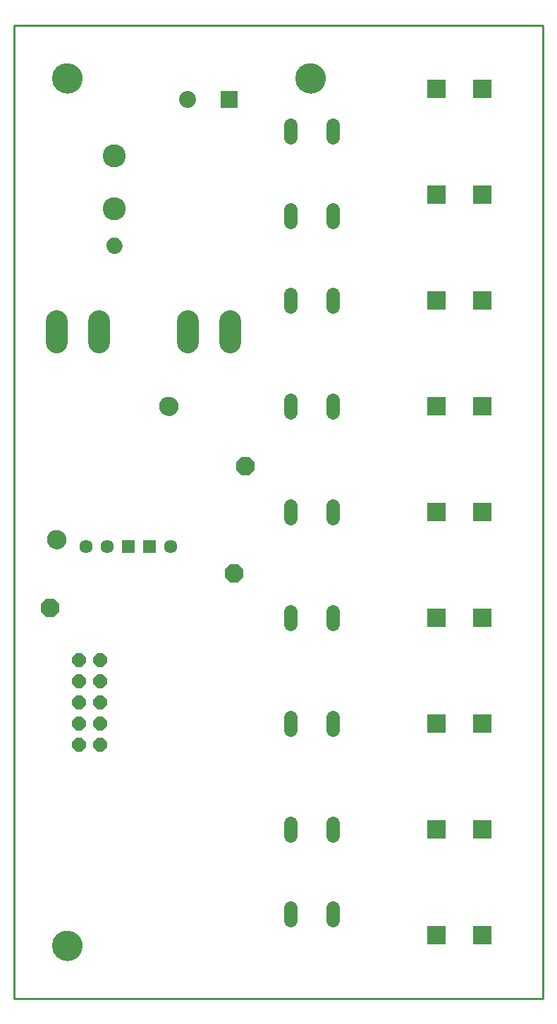
<source format=gbs>
G75*
%MOIN*%
%OFA0B0*%
%FSLAX25Y25*%
%IPPOS*%
%LPD*%
%AMOC8*
5,1,8,0,0,1.08239X$1,22.5*
%
%ADD10C,0.00000*%
%ADD11C,0.14180*%
%ADD12C,0.01000*%
%ADD13C,0.08000*%
%ADD14R,0.08000X0.08000*%
%ADD15OC8,0.08900*%
%ADD16C,0.06400*%
%ADD17R,0.08668X0.08668*%
%ADD18OC8,0.06400*%
%ADD19C,0.06337*%
%ADD20R,0.06337X0.06337*%
%ADD21C,0.09000*%
%ADD22C,0.10400*%
%ADD23C,0.10900*%
%ADD24C,0.07400*%
D10*
X0019610Y0028269D02*
X0019612Y0028438D01*
X0019618Y0028607D01*
X0019629Y0028776D01*
X0019643Y0028944D01*
X0019662Y0029112D01*
X0019685Y0029280D01*
X0019711Y0029447D01*
X0019742Y0029613D01*
X0019777Y0029779D01*
X0019816Y0029943D01*
X0019860Y0030107D01*
X0019907Y0030269D01*
X0019958Y0030430D01*
X0020013Y0030590D01*
X0020072Y0030749D01*
X0020134Y0030906D01*
X0020201Y0031061D01*
X0020272Y0031215D01*
X0020346Y0031367D01*
X0020424Y0031517D01*
X0020505Y0031665D01*
X0020590Y0031811D01*
X0020679Y0031955D01*
X0020771Y0032097D01*
X0020867Y0032236D01*
X0020966Y0032373D01*
X0021068Y0032508D01*
X0021174Y0032640D01*
X0021283Y0032769D01*
X0021395Y0032896D01*
X0021510Y0033020D01*
X0021628Y0033141D01*
X0021749Y0033259D01*
X0021873Y0033374D01*
X0022000Y0033486D01*
X0022129Y0033595D01*
X0022261Y0033701D01*
X0022396Y0033803D01*
X0022533Y0033902D01*
X0022672Y0033998D01*
X0022814Y0034090D01*
X0022958Y0034179D01*
X0023104Y0034264D01*
X0023252Y0034345D01*
X0023402Y0034423D01*
X0023554Y0034497D01*
X0023708Y0034568D01*
X0023863Y0034635D01*
X0024020Y0034697D01*
X0024179Y0034756D01*
X0024339Y0034811D01*
X0024500Y0034862D01*
X0024662Y0034909D01*
X0024826Y0034953D01*
X0024990Y0034992D01*
X0025156Y0035027D01*
X0025322Y0035058D01*
X0025489Y0035084D01*
X0025657Y0035107D01*
X0025825Y0035126D01*
X0025993Y0035140D01*
X0026162Y0035151D01*
X0026331Y0035157D01*
X0026500Y0035159D01*
X0026669Y0035157D01*
X0026838Y0035151D01*
X0027007Y0035140D01*
X0027175Y0035126D01*
X0027343Y0035107D01*
X0027511Y0035084D01*
X0027678Y0035058D01*
X0027844Y0035027D01*
X0028010Y0034992D01*
X0028174Y0034953D01*
X0028338Y0034909D01*
X0028500Y0034862D01*
X0028661Y0034811D01*
X0028821Y0034756D01*
X0028980Y0034697D01*
X0029137Y0034635D01*
X0029292Y0034568D01*
X0029446Y0034497D01*
X0029598Y0034423D01*
X0029748Y0034345D01*
X0029896Y0034264D01*
X0030042Y0034179D01*
X0030186Y0034090D01*
X0030328Y0033998D01*
X0030467Y0033902D01*
X0030604Y0033803D01*
X0030739Y0033701D01*
X0030871Y0033595D01*
X0031000Y0033486D01*
X0031127Y0033374D01*
X0031251Y0033259D01*
X0031372Y0033141D01*
X0031490Y0033020D01*
X0031605Y0032896D01*
X0031717Y0032769D01*
X0031826Y0032640D01*
X0031932Y0032508D01*
X0032034Y0032373D01*
X0032133Y0032236D01*
X0032229Y0032097D01*
X0032321Y0031955D01*
X0032410Y0031811D01*
X0032495Y0031665D01*
X0032576Y0031517D01*
X0032654Y0031367D01*
X0032728Y0031215D01*
X0032799Y0031061D01*
X0032866Y0030906D01*
X0032928Y0030749D01*
X0032987Y0030590D01*
X0033042Y0030430D01*
X0033093Y0030269D01*
X0033140Y0030107D01*
X0033184Y0029943D01*
X0033223Y0029779D01*
X0033258Y0029613D01*
X0033289Y0029447D01*
X0033315Y0029280D01*
X0033338Y0029112D01*
X0033357Y0028944D01*
X0033371Y0028776D01*
X0033382Y0028607D01*
X0033388Y0028438D01*
X0033390Y0028269D01*
X0033388Y0028100D01*
X0033382Y0027931D01*
X0033371Y0027762D01*
X0033357Y0027594D01*
X0033338Y0027426D01*
X0033315Y0027258D01*
X0033289Y0027091D01*
X0033258Y0026925D01*
X0033223Y0026759D01*
X0033184Y0026595D01*
X0033140Y0026431D01*
X0033093Y0026269D01*
X0033042Y0026108D01*
X0032987Y0025948D01*
X0032928Y0025789D01*
X0032866Y0025632D01*
X0032799Y0025477D01*
X0032728Y0025323D01*
X0032654Y0025171D01*
X0032576Y0025021D01*
X0032495Y0024873D01*
X0032410Y0024727D01*
X0032321Y0024583D01*
X0032229Y0024441D01*
X0032133Y0024302D01*
X0032034Y0024165D01*
X0031932Y0024030D01*
X0031826Y0023898D01*
X0031717Y0023769D01*
X0031605Y0023642D01*
X0031490Y0023518D01*
X0031372Y0023397D01*
X0031251Y0023279D01*
X0031127Y0023164D01*
X0031000Y0023052D01*
X0030871Y0022943D01*
X0030739Y0022837D01*
X0030604Y0022735D01*
X0030467Y0022636D01*
X0030328Y0022540D01*
X0030186Y0022448D01*
X0030042Y0022359D01*
X0029896Y0022274D01*
X0029748Y0022193D01*
X0029598Y0022115D01*
X0029446Y0022041D01*
X0029292Y0021970D01*
X0029137Y0021903D01*
X0028980Y0021841D01*
X0028821Y0021782D01*
X0028661Y0021727D01*
X0028500Y0021676D01*
X0028338Y0021629D01*
X0028174Y0021585D01*
X0028010Y0021546D01*
X0027844Y0021511D01*
X0027678Y0021480D01*
X0027511Y0021454D01*
X0027343Y0021431D01*
X0027175Y0021412D01*
X0027007Y0021398D01*
X0026838Y0021387D01*
X0026669Y0021381D01*
X0026500Y0021379D01*
X0026331Y0021381D01*
X0026162Y0021387D01*
X0025993Y0021398D01*
X0025825Y0021412D01*
X0025657Y0021431D01*
X0025489Y0021454D01*
X0025322Y0021480D01*
X0025156Y0021511D01*
X0024990Y0021546D01*
X0024826Y0021585D01*
X0024662Y0021629D01*
X0024500Y0021676D01*
X0024339Y0021727D01*
X0024179Y0021782D01*
X0024020Y0021841D01*
X0023863Y0021903D01*
X0023708Y0021970D01*
X0023554Y0022041D01*
X0023402Y0022115D01*
X0023252Y0022193D01*
X0023104Y0022274D01*
X0022958Y0022359D01*
X0022814Y0022448D01*
X0022672Y0022540D01*
X0022533Y0022636D01*
X0022396Y0022735D01*
X0022261Y0022837D01*
X0022129Y0022943D01*
X0022000Y0023052D01*
X0021873Y0023164D01*
X0021749Y0023279D01*
X0021628Y0023397D01*
X0021510Y0023518D01*
X0021395Y0023642D01*
X0021283Y0023769D01*
X0021174Y0023898D01*
X0021068Y0024030D01*
X0020966Y0024165D01*
X0020867Y0024302D01*
X0020771Y0024441D01*
X0020679Y0024583D01*
X0020590Y0024727D01*
X0020505Y0024873D01*
X0020424Y0025021D01*
X0020346Y0025171D01*
X0020272Y0025323D01*
X0020201Y0025477D01*
X0020134Y0025632D01*
X0020072Y0025789D01*
X0020013Y0025948D01*
X0019958Y0026108D01*
X0019907Y0026269D01*
X0019860Y0026431D01*
X0019816Y0026595D01*
X0019777Y0026759D01*
X0019742Y0026925D01*
X0019711Y0027091D01*
X0019685Y0027258D01*
X0019662Y0027426D01*
X0019643Y0027594D01*
X0019629Y0027762D01*
X0019618Y0027931D01*
X0019612Y0028100D01*
X0019610Y0028269D01*
X0017165Y0220284D02*
X0017167Y0220415D01*
X0017173Y0220545D01*
X0017183Y0220675D01*
X0017197Y0220805D01*
X0017214Y0220934D01*
X0017236Y0221063D01*
X0017262Y0221191D01*
X0017291Y0221318D01*
X0017324Y0221444D01*
X0017362Y0221569D01*
X0017402Y0221693D01*
X0017447Y0221816D01*
X0017495Y0221937D01*
X0017547Y0222057D01*
X0017603Y0222175D01*
X0017662Y0222291D01*
X0017725Y0222406D01*
X0017791Y0222518D01*
X0017860Y0222629D01*
X0017933Y0222737D01*
X0018009Y0222843D01*
X0018089Y0222947D01*
X0018171Y0223048D01*
X0018256Y0223147D01*
X0018345Y0223243D01*
X0018436Y0223336D01*
X0018530Y0223427D01*
X0018627Y0223514D01*
X0018726Y0223599D01*
X0018828Y0223680D01*
X0018932Y0223759D01*
X0019039Y0223834D01*
X0019148Y0223906D01*
X0019259Y0223975D01*
X0019372Y0224040D01*
X0019487Y0224102D01*
X0019604Y0224160D01*
X0019722Y0224215D01*
X0019842Y0224266D01*
X0019964Y0224313D01*
X0020087Y0224357D01*
X0020211Y0224397D01*
X0020336Y0224433D01*
X0020463Y0224466D01*
X0020590Y0224494D01*
X0020718Y0224519D01*
X0020847Y0224539D01*
X0020977Y0224556D01*
X0021106Y0224569D01*
X0021237Y0224578D01*
X0021367Y0224583D01*
X0021498Y0224584D01*
X0021628Y0224581D01*
X0021758Y0224574D01*
X0021889Y0224563D01*
X0022018Y0224548D01*
X0022147Y0224530D01*
X0022276Y0224507D01*
X0022404Y0224480D01*
X0022531Y0224450D01*
X0022657Y0224416D01*
X0022781Y0224378D01*
X0022905Y0224336D01*
X0023027Y0224290D01*
X0023148Y0224241D01*
X0023267Y0224188D01*
X0023385Y0224131D01*
X0023501Y0224071D01*
X0023615Y0224008D01*
X0023727Y0223941D01*
X0023837Y0223871D01*
X0023945Y0223797D01*
X0024050Y0223720D01*
X0024153Y0223640D01*
X0024254Y0223557D01*
X0024352Y0223471D01*
X0024447Y0223382D01*
X0024540Y0223290D01*
X0024630Y0223195D01*
X0024717Y0223098D01*
X0024801Y0222998D01*
X0024881Y0222895D01*
X0024959Y0222790D01*
X0025034Y0222683D01*
X0025105Y0222574D01*
X0025172Y0222462D01*
X0025237Y0222349D01*
X0025298Y0222233D01*
X0025355Y0222116D01*
X0025409Y0221997D01*
X0025459Y0221877D01*
X0025506Y0221755D01*
X0025548Y0221631D01*
X0025587Y0221507D01*
X0025623Y0221381D01*
X0025654Y0221254D01*
X0025682Y0221127D01*
X0025705Y0220999D01*
X0025725Y0220870D01*
X0025741Y0220740D01*
X0025753Y0220610D01*
X0025761Y0220480D01*
X0025765Y0220349D01*
X0025765Y0220219D01*
X0025761Y0220088D01*
X0025753Y0219958D01*
X0025741Y0219828D01*
X0025725Y0219698D01*
X0025705Y0219569D01*
X0025682Y0219441D01*
X0025654Y0219314D01*
X0025623Y0219187D01*
X0025587Y0219061D01*
X0025548Y0218937D01*
X0025506Y0218813D01*
X0025459Y0218691D01*
X0025409Y0218571D01*
X0025355Y0218452D01*
X0025298Y0218335D01*
X0025237Y0218219D01*
X0025172Y0218106D01*
X0025105Y0217994D01*
X0025034Y0217885D01*
X0024959Y0217778D01*
X0024881Y0217673D01*
X0024801Y0217570D01*
X0024717Y0217470D01*
X0024630Y0217373D01*
X0024540Y0217278D01*
X0024447Y0217186D01*
X0024352Y0217097D01*
X0024254Y0217011D01*
X0024153Y0216928D01*
X0024050Y0216848D01*
X0023945Y0216771D01*
X0023837Y0216697D01*
X0023727Y0216627D01*
X0023615Y0216560D01*
X0023501Y0216497D01*
X0023385Y0216437D01*
X0023267Y0216380D01*
X0023148Y0216327D01*
X0023027Y0216278D01*
X0022905Y0216232D01*
X0022781Y0216190D01*
X0022657Y0216152D01*
X0022531Y0216118D01*
X0022404Y0216088D01*
X0022276Y0216061D01*
X0022147Y0216038D01*
X0022018Y0216020D01*
X0021889Y0216005D01*
X0021758Y0215994D01*
X0021628Y0215987D01*
X0021498Y0215984D01*
X0021367Y0215985D01*
X0021237Y0215990D01*
X0021106Y0215999D01*
X0020977Y0216012D01*
X0020847Y0216029D01*
X0020718Y0216049D01*
X0020590Y0216074D01*
X0020463Y0216102D01*
X0020336Y0216135D01*
X0020211Y0216171D01*
X0020087Y0216211D01*
X0019964Y0216255D01*
X0019842Y0216302D01*
X0019722Y0216353D01*
X0019604Y0216408D01*
X0019487Y0216466D01*
X0019372Y0216528D01*
X0019259Y0216593D01*
X0019148Y0216662D01*
X0019039Y0216734D01*
X0018932Y0216809D01*
X0018828Y0216888D01*
X0018726Y0216969D01*
X0018627Y0217054D01*
X0018530Y0217141D01*
X0018436Y0217232D01*
X0018345Y0217325D01*
X0018256Y0217421D01*
X0018171Y0217520D01*
X0018089Y0217621D01*
X0018009Y0217725D01*
X0017933Y0217831D01*
X0017860Y0217939D01*
X0017791Y0218050D01*
X0017725Y0218162D01*
X0017662Y0218277D01*
X0017603Y0218393D01*
X0017547Y0218511D01*
X0017495Y0218631D01*
X0017447Y0218752D01*
X0017402Y0218875D01*
X0017362Y0218999D01*
X0017324Y0219124D01*
X0017291Y0219250D01*
X0017262Y0219377D01*
X0017236Y0219505D01*
X0017214Y0219634D01*
X0017197Y0219763D01*
X0017183Y0219893D01*
X0017173Y0220023D01*
X0017167Y0220153D01*
X0017165Y0220284D01*
X0070165Y0283284D02*
X0070167Y0283415D01*
X0070173Y0283545D01*
X0070183Y0283675D01*
X0070197Y0283805D01*
X0070214Y0283934D01*
X0070236Y0284063D01*
X0070262Y0284191D01*
X0070291Y0284318D01*
X0070324Y0284444D01*
X0070362Y0284569D01*
X0070402Y0284693D01*
X0070447Y0284816D01*
X0070495Y0284937D01*
X0070547Y0285057D01*
X0070603Y0285175D01*
X0070662Y0285291D01*
X0070725Y0285406D01*
X0070791Y0285518D01*
X0070860Y0285629D01*
X0070933Y0285737D01*
X0071009Y0285843D01*
X0071089Y0285947D01*
X0071171Y0286048D01*
X0071256Y0286147D01*
X0071345Y0286243D01*
X0071436Y0286336D01*
X0071530Y0286427D01*
X0071627Y0286514D01*
X0071726Y0286599D01*
X0071828Y0286680D01*
X0071932Y0286759D01*
X0072039Y0286834D01*
X0072148Y0286906D01*
X0072259Y0286975D01*
X0072372Y0287040D01*
X0072487Y0287102D01*
X0072604Y0287160D01*
X0072722Y0287215D01*
X0072842Y0287266D01*
X0072964Y0287313D01*
X0073087Y0287357D01*
X0073211Y0287397D01*
X0073336Y0287433D01*
X0073463Y0287466D01*
X0073590Y0287494D01*
X0073718Y0287519D01*
X0073847Y0287539D01*
X0073977Y0287556D01*
X0074106Y0287569D01*
X0074237Y0287578D01*
X0074367Y0287583D01*
X0074498Y0287584D01*
X0074628Y0287581D01*
X0074758Y0287574D01*
X0074889Y0287563D01*
X0075018Y0287548D01*
X0075147Y0287530D01*
X0075276Y0287507D01*
X0075404Y0287480D01*
X0075531Y0287450D01*
X0075657Y0287416D01*
X0075781Y0287378D01*
X0075905Y0287336D01*
X0076027Y0287290D01*
X0076148Y0287241D01*
X0076267Y0287188D01*
X0076385Y0287131D01*
X0076501Y0287071D01*
X0076615Y0287008D01*
X0076727Y0286941D01*
X0076837Y0286871D01*
X0076945Y0286797D01*
X0077050Y0286720D01*
X0077153Y0286640D01*
X0077254Y0286557D01*
X0077352Y0286471D01*
X0077447Y0286382D01*
X0077540Y0286290D01*
X0077630Y0286195D01*
X0077717Y0286098D01*
X0077801Y0285998D01*
X0077881Y0285895D01*
X0077959Y0285790D01*
X0078034Y0285683D01*
X0078105Y0285574D01*
X0078172Y0285462D01*
X0078237Y0285349D01*
X0078298Y0285233D01*
X0078355Y0285116D01*
X0078409Y0284997D01*
X0078459Y0284877D01*
X0078506Y0284755D01*
X0078548Y0284631D01*
X0078587Y0284507D01*
X0078623Y0284381D01*
X0078654Y0284254D01*
X0078682Y0284127D01*
X0078705Y0283999D01*
X0078725Y0283870D01*
X0078741Y0283740D01*
X0078753Y0283610D01*
X0078761Y0283480D01*
X0078765Y0283349D01*
X0078765Y0283219D01*
X0078761Y0283088D01*
X0078753Y0282958D01*
X0078741Y0282828D01*
X0078725Y0282698D01*
X0078705Y0282569D01*
X0078682Y0282441D01*
X0078654Y0282314D01*
X0078623Y0282187D01*
X0078587Y0282061D01*
X0078548Y0281937D01*
X0078506Y0281813D01*
X0078459Y0281691D01*
X0078409Y0281571D01*
X0078355Y0281452D01*
X0078298Y0281335D01*
X0078237Y0281219D01*
X0078172Y0281106D01*
X0078105Y0280994D01*
X0078034Y0280885D01*
X0077959Y0280778D01*
X0077881Y0280673D01*
X0077801Y0280570D01*
X0077717Y0280470D01*
X0077630Y0280373D01*
X0077540Y0280278D01*
X0077447Y0280186D01*
X0077352Y0280097D01*
X0077254Y0280011D01*
X0077153Y0279928D01*
X0077050Y0279848D01*
X0076945Y0279771D01*
X0076837Y0279697D01*
X0076727Y0279627D01*
X0076615Y0279560D01*
X0076501Y0279497D01*
X0076385Y0279437D01*
X0076267Y0279380D01*
X0076148Y0279327D01*
X0076027Y0279278D01*
X0075905Y0279232D01*
X0075781Y0279190D01*
X0075657Y0279152D01*
X0075531Y0279118D01*
X0075404Y0279088D01*
X0075276Y0279061D01*
X0075147Y0279038D01*
X0075018Y0279020D01*
X0074889Y0279005D01*
X0074758Y0278994D01*
X0074628Y0278987D01*
X0074498Y0278984D01*
X0074367Y0278985D01*
X0074237Y0278990D01*
X0074106Y0278999D01*
X0073977Y0279012D01*
X0073847Y0279029D01*
X0073718Y0279049D01*
X0073590Y0279074D01*
X0073463Y0279102D01*
X0073336Y0279135D01*
X0073211Y0279171D01*
X0073087Y0279211D01*
X0072964Y0279255D01*
X0072842Y0279302D01*
X0072722Y0279353D01*
X0072604Y0279408D01*
X0072487Y0279466D01*
X0072372Y0279528D01*
X0072259Y0279593D01*
X0072148Y0279662D01*
X0072039Y0279734D01*
X0071932Y0279809D01*
X0071828Y0279888D01*
X0071726Y0279969D01*
X0071627Y0280054D01*
X0071530Y0280141D01*
X0071436Y0280232D01*
X0071345Y0280325D01*
X0071256Y0280421D01*
X0071171Y0280520D01*
X0071089Y0280621D01*
X0071009Y0280725D01*
X0070933Y0280831D01*
X0070860Y0280939D01*
X0070791Y0281050D01*
X0070725Y0281162D01*
X0070662Y0281277D01*
X0070603Y0281393D01*
X0070547Y0281511D01*
X0070495Y0281631D01*
X0070447Y0281752D01*
X0070402Y0281875D01*
X0070362Y0281999D01*
X0070324Y0282124D01*
X0070291Y0282250D01*
X0070262Y0282377D01*
X0070236Y0282505D01*
X0070214Y0282634D01*
X0070197Y0282763D01*
X0070183Y0282893D01*
X0070173Y0283023D01*
X0070167Y0283153D01*
X0070165Y0283284D01*
X0045244Y0359095D02*
X0045246Y0359213D01*
X0045252Y0359331D01*
X0045262Y0359449D01*
X0045276Y0359566D01*
X0045294Y0359683D01*
X0045316Y0359800D01*
X0045341Y0359915D01*
X0045371Y0360029D01*
X0045405Y0360143D01*
X0045442Y0360255D01*
X0045483Y0360366D01*
X0045528Y0360475D01*
X0045576Y0360583D01*
X0045628Y0360689D01*
X0045684Y0360794D01*
X0045743Y0360896D01*
X0045805Y0360996D01*
X0045871Y0361094D01*
X0045940Y0361190D01*
X0046013Y0361284D01*
X0046088Y0361375D01*
X0046167Y0361463D01*
X0046248Y0361549D01*
X0046333Y0361632D01*
X0046420Y0361712D01*
X0046509Y0361789D01*
X0046602Y0361863D01*
X0046696Y0361933D01*
X0046793Y0362001D01*
X0046893Y0362065D01*
X0046994Y0362126D01*
X0047097Y0362183D01*
X0047203Y0362237D01*
X0047310Y0362288D01*
X0047418Y0362334D01*
X0047528Y0362377D01*
X0047640Y0362416D01*
X0047753Y0362452D01*
X0047867Y0362483D01*
X0047982Y0362511D01*
X0048097Y0362535D01*
X0048214Y0362555D01*
X0048331Y0362571D01*
X0048449Y0362583D01*
X0048567Y0362591D01*
X0048685Y0362595D01*
X0048803Y0362595D01*
X0048921Y0362591D01*
X0049039Y0362583D01*
X0049157Y0362571D01*
X0049274Y0362555D01*
X0049391Y0362535D01*
X0049506Y0362511D01*
X0049621Y0362483D01*
X0049735Y0362452D01*
X0049848Y0362416D01*
X0049960Y0362377D01*
X0050070Y0362334D01*
X0050178Y0362288D01*
X0050285Y0362237D01*
X0050391Y0362183D01*
X0050494Y0362126D01*
X0050595Y0362065D01*
X0050695Y0362001D01*
X0050792Y0361933D01*
X0050886Y0361863D01*
X0050979Y0361789D01*
X0051068Y0361712D01*
X0051155Y0361632D01*
X0051240Y0361549D01*
X0051321Y0361463D01*
X0051400Y0361375D01*
X0051475Y0361284D01*
X0051548Y0361190D01*
X0051617Y0361094D01*
X0051683Y0360996D01*
X0051745Y0360896D01*
X0051804Y0360794D01*
X0051860Y0360689D01*
X0051912Y0360583D01*
X0051960Y0360475D01*
X0052005Y0360366D01*
X0052046Y0360255D01*
X0052083Y0360143D01*
X0052117Y0360029D01*
X0052147Y0359915D01*
X0052172Y0359800D01*
X0052194Y0359683D01*
X0052212Y0359566D01*
X0052226Y0359449D01*
X0052236Y0359331D01*
X0052242Y0359213D01*
X0052244Y0359095D01*
X0052242Y0358977D01*
X0052236Y0358859D01*
X0052226Y0358741D01*
X0052212Y0358624D01*
X0052194Y0358507D01*
X0052172Y0358390D01*
X0052147Y0358275D01*
X0052117Y0358161D01*
X0052083Y0358047D01*
X0052046Y0357935D01*
X0052005Y0357824D01*
X0051960Y0357715D01*
X0051912Y0357607D01*
X0051860Y0357501D01*
X0051804Y0357396D01*
X0051745Y0357294D01*
X0051683Y0357194D01*
X0051617Y0357096D01*
X0051548Y0357000D01*
X0051475Y0356906D01*
X0051400Y0356815D01*
X0051321Y0356727D01*
X0051240Y0356641D01*
X0051155Y0356558D01*
X0051068Y0356478D01*
X0050979Y0356401D01*
X0050886Y0356327D01*
X0050792Y0356257D01*
X0050695Y0356189D01*
X0050595Y0356125D01*
X0050494Y0356064D01*
X0050391Y0356007D01*
X0050285Y0355953D01*
X0050178Y0355902D01*
X0050070Y0355856D01*
X0049960Y0355813D01*
X0049848Y0355774D01*
X0049735Y0355738D01*
X0049621Y0355707D01*
X0049506Y0355679D01*
X0049391Y0355655D01*
X0049274Y0355635D01*
X0049157Y0355619D01*
X0049039Y0355607D01*
X0048921Y0355599D01*
X0048803Y0355595D01*
X0048685Y0355595D01*
X0048567Y0355599D01*
X0048449Y0355607D01*
X0048331Y0355619D01*
X0048214Y0355635D01*
X0048097Y0355655D01*
X0047982Y0355679D01*
X0047867Y0355707D01*
X0047753Y0355738D01*
X0047640Y0355774D01*
X0047528Y0355813D01*
X0047418Y0355856D01*
X0047310Y0355902D01*
X0047203Y0355953D01*
X0047097Y0356007D01*
X0046994Y0356064D01*
X0046893Y0356125D01*
X0046793Y0356189D01*
X0046696Y0356257D01*
X0046602Y0356327D01*
X0046509Y0356401D01*
X0046420Y0356478D01*
X0046333Y0356558D01*
X0046248Y0356641D01*
X0046167Y0356727D01*
X0046088Y0356815D01*
X0046013Y0356906D01*
X0045940Y0357000D01*
X0045871Y0357096D01*
X0045805Y0357194D01*
X0045743Y0357294D01*
X0045684Y0357396D01*
X0045628Y0357501D01*
X0045576Y0357607D01*
X0045528Y0357715D01*
X0045483Y0357824D01*
X0045442Y0357935D01*
X0045405Y0358047D01*
X0045371Y0358161D01*
X0045341Y0358275D01*
X0045316Y0358390D01*
X0045294Y0358507D01*
X0045276Y0358624D01*
X0045262Y0358741D01*
X0045252Y0358859D01*
X0045246Y0358977D01*
X0045244Y0359095D01*
X0019610Y0438269D02*
X0019612Y0438438D01*
X0019618Y0438607D01*
X0019629Y0438776D01*
X0019643Y0438944D01*
X0019662Y0439112D01*
X0019685Y0439280D01*
X0019711Y0439447D01*
X0019742Y0439613D01*
X0019777Y0439779D01*
X0019816Y0439943D01*
X0019860Y0440107D01*
X0019907Y0440269D01*
X0019958Y0440430D01*
X0020013Y0440590D01*
X0020072Y0440749D01*
X0020134Y0440906D01*
X0020201Y0441061D01*
X0020272Y0441215D01*
X0020346Y0441367D01*
X0020424Y0441517D01*
X0020505Y0441665D01*
X0020590Y0441811D01*
X0020679Y0441955D01*
X0020771Y0442097D01*
X0020867Y0442236D01*
X0020966Y0442373D01*
X0021068Y0442508D01*
X0021174Y0442640D01*
X0021283Y0442769D01*
X0021395Y0442896D01*
X0021510Y0443020D01*
X0021628Y0443141D01*
X0021749Y0443259D01*
X0021873Y0443374D01*
X0022000Y0443486D01*
X0022129Y0443595D01*
X0022261Y0443701D01*
X0022396Y0443803D01*
X0022533Y0443902D01*
X0022672Y0443998D01*
X0022814Y0444090D01*
X0022958Y0444179D01*
X0023104Y0444264D01*
X0023252Y0444345D01*
X0023402Y0444423D01*
X0023554Y0444497D01*
X0023708Y0444568D01*
X0023863Y0444635D01*
X0024020Y0444697D01*
X0024179Y0444756D01*
X0024339Y0444811D01*
X0024500Y0444862D01*
X0024662Y0444909D01*
X0024826Y0444953D01*
X0024990Y0444992D01*
X0025156Y0445027D01*
X0025322Y0445058D01*
X0025489Y0445084D01*
X0025657Y0445107D01*
X0025825Y0445126D01*
X0025993Y0445140D01*
X0026162Y0445151D01*
X0026331Y0445157D01*
X0026500Y0445159D01*
X0026669Y0445157D01*
X0026838Y0445151D01*
X0027007Y0445140D01*
X0027175Y0445126D01*
X0027343Y0445107D01*
X0027511Y0445084D01*
X0027678Y0445058D01*
X0027844Y0445027D01*
X0028010Y0444992D01*
X0028174Y0444953D01*
X0028338Y0444909D01*
X0028500Y0444862D01*
X0028661Y0444811D01*
X0028821Y0444756D01*
X0028980Y0444697D01*
X0029137Y0444635D01*
X0029292Y0444568D01*
X0029446Y0444497D01*
X0029598Y0444423D01*
X0029748Y0444345D01*
X0029896Y0444264D01*
X0030042Y0444179D01*
X0030186Y0444090D01*
X0030328Y0443998D01*
X0030467Y0443902D01*
X0030604Y0443803D01*
X0030739Y0443701D01*
X0030871Y0443595D01*
X0031000Y0443486D01*
X0031127Y0443374D01*
X0031251Y0443259D01*
X0031372Y0443141D01*
X0031490Y0443020D01*
X0031605Y0442896D01*
X0031717Y0442769D01*
X0031826Y0442640D01*
X0031932Y0442508D01*
X0032034Y0442373D01*
X0032133Y0442236D01*
X0032229Y0442097D01*
X0032321Y0441955D01*
X0032410Y0441811D01*
X0032495Y0441665D01*
X0032576Y0441517D01*
X0032654Y0441367D01*
X0032728Y0441215D01*
X0032799Y0441061D01*
X0032866Y0440906D01*
X0032928Y0440749D01*
X0032987Y0440590D01*
X0033042Y0440430D01*
X0033093Y0440269D01*
X0033140Y0440107D01*
X0033184Y0439943D01*
X0033223Y0439779D01*
X0033258Y0439613D01*
X0033289Y0439447D01*
X0033315Y0439280D01*
X0033338Y0439112D01*
X0033357Y0438944D01*
X0033371Y0438776D01*
X0033382Y0438607D01*
X0033388Y0438438D01*
X0033390Y0438269D01*
X0033388Y0438100D01*
X0033382Y0437931D01*
X0033371Y0437762D01*
X0033357Y0437594D01*
X0033338Y0437426D01*
X0033315Y0437258D01*
X0033289Y0437091D01*
X0033258Y0436925D01*
X0033223Y0436759D01*
X0033184Y0436595D01*
X0033140Y0436431D01*
X0033093Y0436269D01*
X0033042Y0436108D01*
X0032987Y0435948D01*
X0032928Y0435789D01*
X0032866Y0435632D01*
X0032799Y0435477D01*
X0032728Y0435323D01*
X0032654Y0435171D01*
X0032576Y0435021D01*
X0032495Y0434873D01*
X0032410Y0434727D01*
X0032321Y0434583D01*
X0032229Y0434441D01*
X0032133Y0434302D01*
X0032034Y0434165D01*
X0031932Y0434030D01*
X0031826Y0433898D01*
X0031717Y0433769D01*
X0031605Y0433642D01*
X0031490Y0433518D01*
X0031372Y0433397D01*
X0031251Y0433279D01*
X0031127Y0433164D01*
X0031000Y0433052D01*
X0030871Y0432943D01*
X0030739Y0432837D01*
X0030604Y0432735D01*
X0030467Y0432636D01*
X0030328Y0432540D01*
X0030186Y0432448D01*
X0030042Y0432359D01*
X0029896Y0432274D01*
X0029748Y0432193D01*
X0029598Y0432115D01*
X0029446Y0432041D01*
X0029292Y0431970D01*
X0029137Y0431903D01*
X0028980Y0431841D01*
X0028821Y0431782D01*
X0028661Y0431727D01*
X0028500Y0431676D01*
X0028338Y0431629D01*
X0028174Y0431585D01*
X0028010Y0431546D01*
X0027844Y0431511D01*
X0027678Y0431480D01*
X0027511Y0431454D01*
X0027343Y0431431D01*
X0027175Y0431412D01*
X0027007Y0431398D01*
X0026838Y0431387D01*
X0026669Y0431381D01*
X0026500Y0431379D01*
X0026331Y0431381D01*
X0026162Y0431387D01*
X0025993Y0431398D01*
X0025825Y0431412D01*
X0025657Y0431431D01*
X0025489Y0431454D01*
X0025322Y0431480D01*
X0025156Y0431511D01*
X0024990Y0431546D01*
X0024826Y0431585D01*
X0024662Y0431629D01*
X0024500Y0431676D01*
X0024339Y0431727D01*
X0024179Y0431782D01*
X0024020Y0431841D01*
X0023863Y0431903D01*
X0023708Y0431970D01*
X0023554Y0432041D01*
X0023402Y0432115D01*
X0023252Y0432193D01*
X0023104Y0432274D01*
X0022958Y0432359D01*
X0022814Y0432448D01*
X0022672Y0432540D01*
X0022533Y0432636D01*
X0022396Y0432735D01*
X0022261Y0432837D01*
X0022129Y0432943D01*
X0022000Y0433052D01*
X0021873Y0433164D01*
X0021749Y0433279D01*
X0021628Y0433397D01*
X0021510Y0433518D01*
X0021395Y0433642D01*
X0021283Y0433769D01*
X0021174Y0433898D01*
X0021068Y0434030D01*
X0020966Y0434165D01*
X0020867Y0434302D01*
X0020771Y0434441D01*
X0020679Y0434583D01*
X0020590Y0434727D01*
X0020505Y0434873D01*
X0020424Y0435021D01*
X0020346Y0435171D01*
X0020272Y0435323D01*
X0020201Y0435477D01*
X0020134Y0435632D01*
X0020072Y0435789D01*
X0020013Y0435948D01*
X0019958Y0436108D01*
X0019907Y0436269D01*
X0019860Y0436431D01*
X0019816Y0436595D01*
X0019777Y0436759D01*
X0019742Y0436925D01*
X0019711Y0437091D01*
X0019685Y0437258D01*
X0019662Y0437426D01*
X0019643Y0437594D01*
X0019629Y0437762D01*
X0019618Y0437931D01*
X0019612Y0438100D01*
X0019610Y0438269D01*
X0134610Y0438269D02*
X0134612Y0438438D01*
X0134618Y0438607D01*
X0134629Y0438776D01*
X0134643Y0438944D01*
X0134662Y0439112D01*
X0134685Y0439280D01*
X0134711Y0439447D01*
X0134742Y0439613D01*
X0134777Y0439779D01*
X0134816Y0439943D01*
X0134860Y0440107D01*
X0134907Y0440269D01*
X0134958Y0440430D01*
X0135013Y0440590D01*
X0135072Y0440749D01*
X0135134Y0440906D01*
X0135201Y0441061D01*
X0135272Y0441215D01*
X0135346Y0441367D01*
X0135424Y0441517D01*
X0135505Y0441665D01*
X0135590Y0441811D01*
X0135679Y0441955D01*
X0135771Y0442097D01*
X0135867Y0442236D01*
X0135966Y0442373D01*
X0136068Y0442508D01*
X0136174Y0442640D01*
X0136283Y0442769D01*
X0136395Y0442896D01*
X0136510Y0443020D01*
X0136628Y0443141D01*
X0136749Y0443259D01*
X0136873Y0443374D01*
X0137000Y0443486D01*
X0137129Y0443595D01*
X0137261Y0443701D01*
X0137396Y0443803D01*
X0137533Y0443902D01*
X0137672Y0443998D01*
X0137814Y0444090D01*
X0137958Y0444179D01*
X0138104Y0444264D01*
X0138252Y0444345D01*
X0138402Y0444423D01*
X0138554Y0444497D01*
X0138708Y0444568D01*
X0138863Y0444635D01*
X0139020Y0444697D01*
X0139179Y0444756D01*
X0139339Y0444811D01*
X0139500Y0444862D01*
X0139662Y0444909D01*
X0139826Y0444953D01*
X0139990Y0444992D01*
X0140156Y0445027D01*
X0140322Y0445058D01*
X0140489Y0445084D01*
X0140657Y0445107D01*
X0140825Y0445126D01*
X0140993Y0445140D01*
X0141162Y0445151D01*
X0141331Y0445157D01*
X0141500Y0445159D01*
X0141669Y0445157D01*
X0141838Y0445151D01*
X0142007Y0445140D01*
X0142175Y0445126D01*
X0142343Y0445107D01*
X0142511Y0445084D01*
X0142678Y0445058D01*
X0142844Y0445027D01*
X0143010Y0444992D01*
X0143174Y0444953D01*
X0143338Y0444909D01*
X0143500Y0444862D01*
X0143661Y0444811D01*
X0143821Y0444756D01*
X0143980Y0444697D01*
X0144137Y0444635D01*
X0144292Y0444568D01*
X0144446Y0444497D01*
X0144598Y0444423D01*
X0144748Y0444345D01*
X0144896Y0444264D01*
X0145042Y0444179D01*
X0145186Y0444090D01*
X0145328Y0443998D01*
X0145467Y0443902D01*
X0145604Y0443803D01*
X0145739Y0443701D01*
X0145871Y0443595D01*
X0146000Y0443486D01*
X0146127Y0443374D01*
X0146251Y0443259D01*
X0146372Y0443141D01*
X0146490Y0443020D01*
X0146605Y0442896D01*
X0146717Y0442769D01*
X0146826Y0442640D01*
X0146932Y0442508D01*
X0147034Y0442373D01*
X0147133Y0442236D01*
X0147229Y0442097D01*
X0147321Y0441955D01*
X0147410Y0441811D01*
X0147495Y0441665D01*
X0147576Y0441517D01*
X0147654Y0441367D01*
X0147728Y0441215D01*
X0147799Y0441061D01*
X0147866Y0440906D01*
X0147928Y0440749D01*
X0147987Y0440590D01*
X0148042Y0440430D01*
X0148093Y0440269D01*
X0148140Y0440107D01*
X0148184Y0439943D01*
X0148223Y0439779D01*
X0148258Y0439613D01*
X0148289Y0439447D01*
X0148315Y0439280D01*
X0148338Y0439112D01*
X0148357Y0438944D01*
X0148371Y0438776D01*
X0148382Y0438607D01*
X0148388Y0438438D01*
X0148390Y0438269D01*
X0148388Y0438100D01*
X0148382Y0437931D01*
X0148371Y0437762D01*
X0148357Y0437594D01*
X0148338Y0437426D01*
X0148315Y0437258D01*
X0148289Y0437091D01*
X0148258Y0436925D01*
X0148223Y0436759D01*
X0148184Y0436595D01*
X0148140Y0436431D01*
X0148093Y0436269D01*
X0148042Y0436108D01*
X0147987Y0435948D01*
X0147928Y0435789D01*
X0147866Y0435632D01*
X0147799Y0435477D01*
X0147728Y0435323D01*
X0147654Y0435171D01*
X0147576Y0435021D01*
X0147495Y0434873D01*
X0147410Y0434727D01*
X0147321Y0434583D01*
X0147229Y0434441D01*
X0147133Y0434302D01*
X0147034Y0434165D01*
X0146932Y0434030D01*
X0146826Y0433898D01*
X0146717Y0433769D01*
X0146605Y0433642D01*
X0146490Y0433518D01*
X0146372Y0433397D01*
X0146251Y0433279D01*
X0146127Y0433164D01*
X0146000Y0433052D01*
X0145871Y0432943D01*
X0145739Y0432837D01*
X0145604Y0432735D01*
X0145467Y0432636D01*
X0145328Y0432540D01*
X0145186Y0432448D01*
X0145042Y0432359D01*
X0144896Y0432274D01*
X0144748Y0432193D01*
X0144598Y0432115D01*
X0144446Y0432041D01*
X0144292Y0431970D01*
X0144137Y0431903D01*
X0143980Y0431841D01*
X0143821Y0431782D01*
X0143661Y0431727D01*
X0143500Y0431676D01*
X0143338Y0431629D01*
X0143174Y0431585D01*
X0143010Y0431546D01*
X0142844Y0431511D01*
X0142678Y0431480D01*
X0142511Y0431454D01*
X0142343Y0431431D01*
X0142175Y0431412D01*
X0142007Y0431398D01*
X0141838Y0431387D01*
X0141669Y0431381D01*
X0141500Y0431379D01*
X0141331Y0431381D01*
X0141162Y0431387D01*
X0140993Y0431398D01*
X0140825Y0431412D01*
X0140657Y0431431D01*
X0140489Y0431454D01*
X0140322Y0431480D01*
X0140156Y0431511D01*
X0139990Y0431546D01*
X0139826Y0431585D01*
X0139662Y0431629D01*
X0139500Y0431676D01*
X0139339Y0431727D01*
X0139179Y0431782D01*
X0139020Y0431841D01*
X0138863Y0431903D01*
X0138708Y0431970D01*
X0138554Y0432041D01*
X0138402Y0432115D01*
X0138252Y0432193D01*
X0138104Y0432274D01*
X0137958Y0432359D01*
X0137814Y0432448D01*
X0137672Y0432540D01*
X0137533Y0432636D01*
X0137396Y0432735D01*
X0137261Y0432837D01*
X0137129Y0432943D01*
X0137000Y0433052D01*
X0136873Y0433164D01*
X0136749Y0433279D01*
X0136628Y0433397D01*
X0136510Y0433518D01*
X0136395Y0433642D01*
X0136283Y0433769D01*
X0136174Y0433898D01*
X0136068Y0434030D01*
X0135966Y0434165D01*
X0135867Y0434302D01*
X0135771Y0434441D01*
X0135679Y0434583D01*
X0135590Y0434727D01*
X0135505Y0434873D01*
X0135424Y0435021D01*
X0135346Y0435171D01*
X0135272Y0435323D01*
X0135201Y0435477D01*
X0135134Y0435632D01*
X0135072Y0435789D01*
X0135013Y0435948D01*
X0134958Y0436108D01*
X0134907Y0436269D01*
X0134860Y0436431D01*
X0134816Y0436595D01*
X0134777Y0436759D01*
X0134742Y0436925D01*
X0134711Y0437091D01*
X0134685Y0437258D01*
X0134662Y0437426D01*
X0134643Y0437594D01*
X0134629Y0437762D01*
X0134618Y0437931D01*
X0134612Y0438100D01*
X0134610Y0438269D01*
D11*
X0141500Y0438269D03*
X0026500Y0438269D03*
X0026500Y0028269D03*
D12*
X0001500Y0003269D02*
X0001500Y0463269D01*
X0251500Y0463269D01*
X0251500Y0003269D01*
X0001500Y0003269D01*
D13*
X0083252Y0428406D03*
D14*
X0102937Y0428406D03*
D15*
X0110768Y0255040D03*
X0105421Y0204312D03*
X0018433Y0187871D03*
D16*
X0131992Y0186091D02*
X0131992Y0180091D01*
X0151992Y0180091D02*
X0151992Y0186091D01*
X0151992Y0230091D02*
X0151992Y0236091D01*
X0131992Y0236091D02*
X0131992Y0230091D01*
X0131992Y0280091D02*
X0131992Y0286091D01*
X0151992Y0286091D02*
X0151992Y0280091D01*
X0151992Y0330091D02*
X0151992Y0336091D01*
X0151992Y0370091D02*
X0151992Y0376091D01*
X0131992Y0376091D02*
X0131992Y0370091D01*
X0131992Y0336091D02*
X0131992Y0330091D01*
X0131992Y0410091D02*
X0131992Y0416091D01*
X0151992Y0416091D02*
X0151992Y0410091D01*
X0151992Y0136091D02*
X0151992Y0130091D01*
X0131992Y0130091D02*
X0131992Y0136091D01*
X0131992Y0086091D02*
X0131992Y0080091D01*
X0151992Y0080091D02*
X0151992Y0086091D01*
X0151992Y0046091D02*
X0151992Y0040091D01*
X0131992Y0040091D02*
X0131992Y0046091D01*
D17*
X0201165Y0033091D03*
X0222819Y0033091D03*
X0222819Y0083091D03*
X0201165Y0083091D03*
X0201165Y0133091D03*
X0222819Y0133091D03*
X0222819Y0183091D03*
X0201165Y0183091D03*
X0201165Y0233091D03*
X0222819Y0233091D03*
X0222819Y0283091D03*
X0201165Y0283091D03*
X0201165Y0333091D03*
X0222819Y0333091D03*
X0222819Y0383091D03*
X0201165Y0383091D03*
X0201165Y0433091D03*
X0222819Y0433091D03*
D18*
X0041992Y0163091D03*
X0041992Y0153091D03*
X0041992Y0143091D03*
X0041992Y0133091D03*
X0041992Y0123091D03*
X0031992Y0123091D03*
X0031992Y0133091D03*
X0031992Y0143091D03*
X0031992Y0153091D03*
X0031992Y0163091D03*
D19*
X0035465Y0216784D03*
X0045465Y0216784D03*
X0075465Y0216784D03*
D20*
X0065465Y0216784D03*
X0055465Y0216784D03*
D21*
X0021465Y0220284D03*
X0074465Y0283284D03*
D22*
X0083524Y0313721D02*
X0083524Y0323721D01*
X0103524Y0323721D02*
X0103524Y0313721D01*
X0041524Y0313721D02*
X0041524Y0323721D01*
X0021524Y0323721D02*
X0021524Y0313721D01*
D23*
X0048744Y0376595D03*
X0048744Y0401595D03*
D24*
X0048744Y0359095D03*
M02*

</source>
